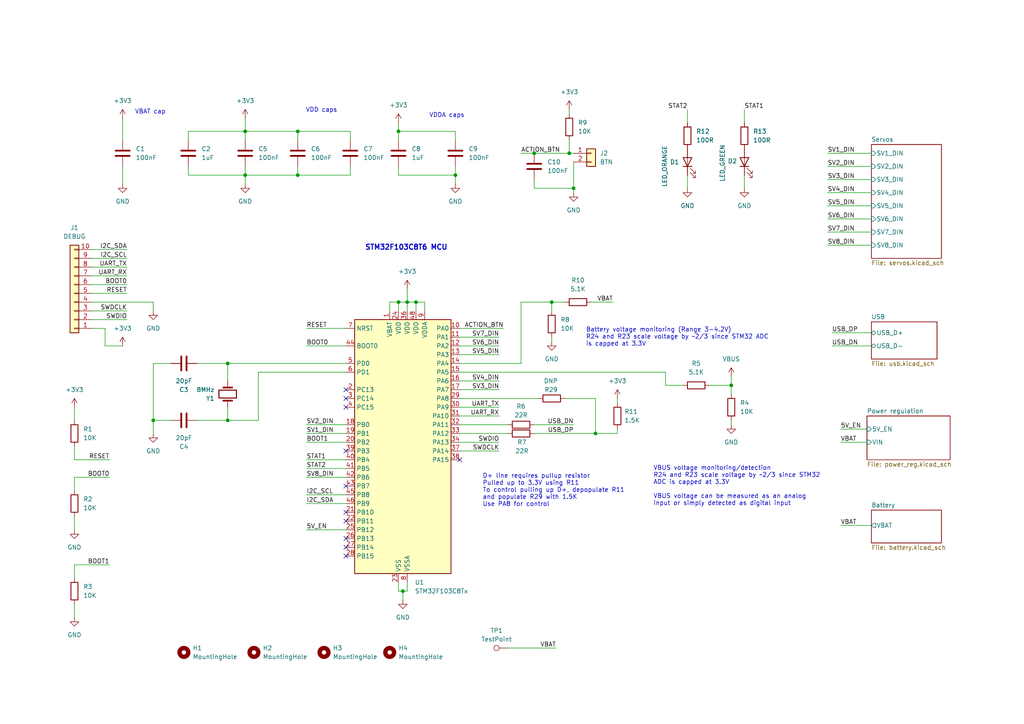
<source format=kicad_sch>
(kicad_sch (version 20231120) (generator "eeschema") (generator_version "8.0")
  (paper "A4")
  (lib_symbols
    (symbol "Connector:TestPoint" (pin_numbers hide) (pin_names (offset 0.762) hide)
      (property "Reference" "TP" (at 0 6.858 0))
      (property "Value" "TestPoint" (at 0 5.08 0))
      (symbol "TestPoint_0_1"
        (circle (center 0 3.302) (radius 0.762))
      )
      (symbol "TestPoint_1_1"
        (pin passive line (at 0 0 90) (length 2.54) (name "1") (number "1"))
      )
    )
    (symbol "Connector_Generic:Conn_01x02" (pin_names (offset 1.016) hide)
      (property "Reference" "J" (at 0 2.54 0))
      (property "Value" "Conn_01x02" (at 0 -5.08 0))
      (symbol "Conn_01x02_1_1"
        (rectangle (start -1.27 -2.413) (end 0 -2.667) (stroke (width 0.1524)))
        (rectangle (start -1.27 0.127) (end 0 -0.127) (stroke (width 0.1524)))
        (rectangle (start -1.27 1.27) (end 1.27 -3.81) (stroke (width 0.254)) (fill (type background)))
        (pin passive line (at -5.08 0 0) (length 3.81) (name "Pin_1") (number "1"))
        (pin passive line (at -5.08 -2.54 0) (length 3.81) (name "Pin_2") (number "2"))
      )
    )
    (symbol "Connector_Generic:Conn_01x10" (pin_names (offset 1.016) hide)
      (property "Reference" "J" (at 0 12.7 0))
      (property "Value" "Conn_01x10" (at 0 -15.24 0))
      (symbol "Conn_01x10_1_1"
        (rectangle (start -1.27 -12.573) (end 0 -12.827) (stroke (width 0.1524)))
        (rectangle (start -1.27 -10.033) (end 0 -10.287) (stroke (width 0.1524)))
        (rectangle (start -1.27 -7.493) (end 0 -7.747) (stroke (width 0.1524)))
        (rectangle (start -1.27 -4.953) (end 0 -5.207) (stroke (width 0.1524)))
        (rectangle (start -1.27 -2.413) (end 0 -2.667) (stroke (width 0.1524)))
        (rectangle (start -1.27 0.127) (end 0 -0.127) (stroke (width 0.1524)))
        (rectangle (start -1.27 2.667) (end 0 2.413) (stroke (width 0.1524)))
        (rectangle (start -1.27 5.207) (end 0 4.953) (stroke (width 0.1524)))
        (rectangle (start -1.27 7.747) (end 0 7.493) (stroke (width 0.1524)))
        (rectangle (start -1.27 10.287) (end 0 10.033) (stroke (width 0.1524)))
        (rectangle (start -1.27 11.43) (end 1.27 -13.97) (stroke (width 0.254)) (fill (type background)))
        (pin passive line (at -5.08 10.16 0) (length 3.81) (name "Pin_1") (number "1"))
        (pin passive line (at -5.08 -12.7 0) (length 3.81) (name "Pin_10") (number "10"))
        (pin passive line (at -5.08 7.62 0) (length 3.81) (name "Pin_2") (number "2"))
        (pin passive line (at -5.08 5.08 0) (length 3.81) (name "Pin_3") (number "3"))
        (pin passive line (at -5.08 2.54 0) (length 3.81) (name "Pin_4") (number "4"))
        (pin passive line (at -5.08 0 0) (length 3.81) (name "Pin_5") (number "5"))
        (pin passive line (at -5.08 -2.54 0) (length 3.81) (name "Pin_6") (number "6"))
        (pin passive line (at -5.08 -5.08 0) (length 3.81) (name "Pin_7") (number "7"))
        (pin passive line (at -5.08 -7.62 0) (length 3.81) (name "Pin_8") (number "8"))
        (pin passive line (at -5.08 -10.16 0) (length 3.81) (name "Pin_9") (number "9"))
      )
    )
    (symbol "Device:C" (pin_numbers hide) (pin_names (offset 0.254))
      (property "Reference" "C" (at 0.635 2.54 0))
      (property "Value" "C" (at 0.635 -2.54 0))
      (symbol "C_0_1"
        (polyline (pts (xy -2.032 -0.762) (xy 2.032 -0.762)) (stroke (width 0.508)))
        (polyline (pts (xy -2.032 0.762) (xy 2.032 0.762)) (stroke (width 0.508)))
      )
      (symbol "C_1_1"
        (pin passive line (at 0 3.81 270) (length 2.794) (name "~") (number "1"))
        (pin passive line (at 0 -3.81 90) (length 2.794) (name "~") (number "2"))
      )
    )
    (symbol "Device:Crystal" (pin_numbers hide) (pin_names (offset 1.016) hide)
      (property "Reference" "Y" (at 0 3.81 0))
      (property "Value" "Crystal" (at 0 -3.81 0))
      (symbol "Crystal_0_1"
        (rectangle (start -1.143 2.54) (end 1.143 -2.54) (stroke (width 0.3048)))
        (polyline (pts (xy -2.54 0) (xy -1.905 0)))
        (polyline (pts (xy -1.905 -1.27) (xy -1.905 1.27)) (stroke (width 0.508)))
        (polyline (pts (xy 1.905 -1.27) (xy 1.905 1.27)) (stroke (width 0.508)))
        (polyline (pts (xy 2.54 0) (xy 1.905 0)))
      )
      (symbol "Crystal_1_1"
        (pin passive line (at -3.81 0 0) (length 1.27) (name "1") (number "1"))
        (pin passive line (at 3.81 0 180) (length 1.27) (name "2") (number "2"))
      )
    )
    (symbol "Device:LED" (pin_numbers hide) (pin_names (offset 1.016) hide)
      (property "Reference" "D" (at 0 2.54 0))
      (property "Value" "LED" (at 0 -2.54 0))
      (symbol "LED_0_1"
        (polyline (pts (xy -1.27 -1.27) (xy -1.27 1.27)) (stroke (width 0.254)))
        (polyline (pts (xy -1.27 0) (xy 1.27 0)))
        (polyline (pts (xy 1.27 -1.27) (xy 1.27 1.27) (xy -1.27 0) (xy 1.27 -1.27)) (stroke (width 0.254)))
        (polyline (pts (xy -3.048 -0.762) (xy -4.572 -2.286) (xy -3.81 -2.286) (xy -4.572 -2.286) (xy -4.572 -1.524)))
        (polyline (pts (xy -1.778 -0.762) (xy -3.302 -2.286) (xy -2.54 -2.286) (xy -3.302 -2.286) (xy -3.302 -1.524)))
      )
      (symbol "LED_1_1"
        (pin passive line (at -3.81 0 0) (length 2.54) (name "K") (number "1"))
        (pin passive line (at 3.81 0 180) (length 2.54) (name "A") (number "2"))
      )
    )
    (symbol "Device:R" (pin_numbers hide) (pin_names (offset 0))
      (property "Reference" "R" (at 2.032 0 90))
      (property "Value" "R" (at 0 0 90))
      (symbol "R_0_1"
        (rectangle (start -1.016 -2.54) (end 1.016 2.54) (stroke (width 0.254)))
      )
      (symbol "R_1_1"
        (pin passive line (at 0 3.81 270) (length 1.27) (name "~") (number "1"))
        (pin passive line (at 0 -3.81 90) (length 1.27) (name "~") (number "2"))
      )
    )
    (symbol "MCU_ST_STM32F1:STM32F103C8Tx"
      (property "Reference" "U" (at -12.7 39.37 0))
      (property "Value" "STM32F103C8Tx" (at 10.16 39.37 0))
      (symbol "STM32F103C8Tx_0_1"
        (rectangle (start -12.7 -35.56) (end 15.24 38.1) (stroke (width 0.254)) (fill (type background)))
      )
      (symbol "STM32F103C8Tx_1_1"
        (pin power_in line (at -2.54 40.64 270) (length 2.54) (name "VBAT") (number "1"))
        (pin bidirectional line (at 17.78 35.56 180) (length 2.54) (name "PA0") (number "10"))
        (pin bidirectional line (at 17.78 33.02 180) (length 2.54) (name "PA1") (number "11"))
        (pin bidirectional line (at 17.78 30.48 180) (length 2.54) (name "PA2") (number "12"))
        (pin bidirectional line (at 17.78 27.94 180) (length 2.54) (name "PA3") (number "13"))
        (pin bidirectional line (at 17.78 25.4 180) (length 2.54) (name "PA4") (number "14"))
        (pin bidirectional line (at 17.78 22.86 180) (length 2.54) (name "PA5") (number "15"))
        (pin bidirectional line (at 17.78 20.32 180) (length 2.54) (name "PA6") (number "16"))
        (pin bidirectional line (at 17.78 17.78 180) (length 2.54) (name "PA7") (number "17"))
        (pin bidirectional line (at -15.24 7.62 0) (length 2.54) (name "PB0") (number "18"))
        (pin bidirectional line (at -15.24 5.08 0) (length 2.54) (name "PB1") (number "19"))
        (pin bidirectional line (at -15.24 17.78 0) (length 2.54) (name "PC13") (number "2"))
        (pin bidirectional line (at -15.24 2.54 0) (length 2.54) (name "PB2") (number "20"))
        (pin bidirectional line (at -15.24 -17.78 0) (length 2.54) (name "PB10") (number "21"))
        (pin bidirectional line (at -15.24 -20.32 0) (length 2.54) (name "PB11") (number "22"))
        (pin power_in line (at 0 -38.1 90) (length 2.54) (name "VSS") (number "23"))
        (pin power_in line (at 0 40.64 270) (length 2.54) (name "VDD") (number "24"))
        (pin bidirectional line (at -15.24 -22.86 0) (length 2.54) (name "PB12") (number "25"))
        (pin bidirectional line (at -15.24 -25.4 0) (length 2.54) (name "PB13") (number "26"))
        (pin bidirectional line (at -15.24 -27.94 0) (length 2.54) (name "PB14") (number "27"))
        (pin bidirectional line (at -15.24 -30.48 0) (length 2.54) (name "PB15") (number "28"))
        (pin bidirectional line (at 17.78 15.24 180) (length 2.54) (name "PA8") (number "29"))
        (pin bidirectional line (at -15.24 15.24 0) (length 2.54) (name "PC14") (number "3"))
        (pin bidirectional line (at 17.78 12.7 180) (length 2.54) (name "PA9") (number "30"))
        (pin bidirectional line (at 17.78 10.16 180) (length 2.54) (name "PA10") (number "31"))
        (pin bidirectional line (at 17.78 7.62 180) (length 2.54) (name "PA11") (number "32"))
        (pin bidirectional line (at 17.78 5.08 180) (length 2.54) (name "PA12") (number "33"))
        (pin bidirectional line (at 17.78 2.54 180) (length 2.54) (name "PA13") (number "34"))
        (pin passive line (at 0 -38.1 90) (length 2.54) hide (name "VSS") (number "35"))
        (pin power_in line (at 2.54 40.64 270) (length 2.54) (name "VDD") (number "36"))
        (pin bidirectional line (at 17.78 0 180) (length 2.54) (name "PA14") (number "37"))
        (pin bidirectional line (at 17.78 -2.54 180) (length 2.54) (name "PA15") (number "38"))
        (pin bidirectional line (at -15.24 0 0) (length 2.54) (name "PB3") (number "39"))
        (pin bidirectional line (at -15.24 12.7 0) (length 2.54) (name "PC15") (number "4"))
        (pin bidirectional line (at -15.24 -2.54 0) (length 2.54) (name "PB4") (number "40"))
        (pin bidirectional line (at -15.24 -5.08 0) (length 2.54) (name "PB5") (number "41"))
        (pin bidirectional line (at -15.24 -7.62 0) (length 2.54) (name "PB6") (number "42"))
        (pin bidirectional line (at -15.24 -10.16 0) (length 2.54) (name "PB7") (number "43"))
        (pin input line (at -15.24 30.48 0) (length 2.54) (name "BOOT0") (number "44"))
        (pin bidirectional line (at -15.24 -12.7 0) (length 2.54) (name "PB8") (number "45"))
        (pin bidirectional line (at -15.24 -15.24 0) (length 2.54) (name "PB9") (number "46"))
        (pin passive line (at 0 -38.1 90) (length 2.54) hide (name "VSS") (number "47"))
        (pin power_in line (at 5.08 40.64 270) (length 2.54) (name "VDD") (number "48"))
        (pin bidirectional line (at -15.24 25.4 0) (length 2.54) (name "PD0") (number "5"))
        (pin bidirectional line (at -15.24 22.86 0) (length 2.54) (name "PD1") (number "6"))
        (pin input line (at -15.24 35.56 0) (length 2.54) (name "NRST") (number "7"))
        (pin power_in line (at 2.54 -38.1 90) (length 2.54) (name "VSSA") (number "8"))
        (pin power_in line (at 7.62 40.64 270) (length 2.54) (name "VDDA") (number "9"))
      )
    )
    (symbol "Mechanical:MountingHole" (pin_names (offset 1.016)) (exclude_from_sim yes) (in_bom no)
      (property "Reference" "H" (at 0 5.08 0))
      (property "Value" "MountingHole" (at 0 3.175 0))
      (symbol "MountingHole_0_1"
        (circle (center 0 0) (radius 1.27) (stroke (width 1.27)))
      )
    )
    (symbol "power:+3V3" (power) (pin_numbers hide) (pin_names (offset 0) hide)
      (property "Value" "+3V3" (at 0 3.556 0))
      (symbol "+3V3_0_1"
        (polyline (pts (xy -0.762 1.27) (xy 0 2.54)))
        (polyline (pts (xy 0 0) (xy 0 2.54)))
        (polyline (pts (xy 0 2.54) (xy 0.762 1.27)))
      )
      (symbol "+3V3_1_1"
        (pin power_in line (at 0 0 90) (length 0) (name "~") (number "1"))
      )
    )
    (symbol "power:GND" (power) (pin_numbers hide) (pin_names (offset 0) hide)
      (property "Value" "GND" (at 0 -3.81 0))
      (symbol "GND_0_1"
        (polyline (pts (xy 0 0) (xy 0 -1.27) (xy 1.27 -1.27) (xy 0 -2.54) (xy -1.27 -1.27) (xy 0 -1.27)))
      )
      (symbol "GND_1_1"
        (pin power_in line (at 0 0 270) (length 0) (name "~") (number "1"))
      )
    )
    (symbol "power:VBUS" (power) (pin_numbers hide) (pin_names (offset 0) hide)
      (property "Value" "VBUS" (at 0 3.556 0))
      (symbol "VBUS_0_1"
        (polyline (pts (xy -0.762 1.27) (xy 0 2.54)))
        (polyline (pts (xy 0 0) (xy 0 2.54)))
        (polyline (pts (xy 0 2.54) (xy 0.762 1.27)))
      )
      (symbol "VBUS_1_1"
        (pin power_in line (at 0 0 90) (length 0) (name "~") (number "1"))
      )
    )
  )
  (junction (at 166.37 54.61))
  (junction (at 118.11 87.63))
  (junction (at 115.57 38.1))
  (junction (at 132.08 50.8))
  (junction (at 66.04 105.41))
  (junction (at 115.57 87.63))
  (junction (at 86.36 50.8))
  (junction (at 71.12 38.1))
  (junction (at 71.12 50.8))
  (junction (at 66.04 121.92))
  (junction (at 116.84 171.45))
  (junction (at 172.72 125.73))
  (junction (at 154.94 44.45))
  (junction (at 165.1 44.45))
  (junction (at 86.36 38.1))
  (junction (at 160.02 87.63))
  (junction (at 212.09 111.76))
  (junction (at 44.45 121.92))
  (junction (at 120.65 87.63))
  (no_connect (at 100.33 130.81))
  (no_connect (at 100.33 148.59))
  (no_connect (at 100.33 113.03))
  (no_connect (at 100.33 115.57))
  (no_connect (at 100.33 151.13))
  (no_connect (at 100.33 158.75))
  (no_connect (at 100.33 156.21))
  (no_connect (at 100.33 118.11))
  (no_connect (at 133.35 133.35))
  (no_connect (at 100.33 161.29))
  (no_connect (at 100.33 140.97))
  (wire (pts (xy 118.11 87.63) (xy 120.65 87.63)))
  (wire (pts (xy 30.48 100.33) (xy 30.48 95.25)))
  (wire (pts (xy 88.9 138.43) (xy 100.33 138.43)))
  (wire (pts (xy 44.45 121.92) (xy 44.45 125.73)))
  (wire (pts (xy 243.84 128.27) (xy 251.46 128.27)))
  (wire (pts (xy 115.57 168.91) (xy 115.57 171.45)))
  (wire (pts (xy 113.03 87.63) (xy 113.03 90.17)))
  (wire (pts (xy 240.03 59.69) (xy 252.73 59.69)))
  (wire (pts (xy 166.37 54.61) (xy 166.37 55.88)))
  (wire (pts (xy 133.35 107.95) (xy 193.04 107.95)))
  (wire (pts (xy 163.83 115.57) (xy 172.72 115.57)))
  (wire (pts (xy 115.57 38.1) (xy 115.57 40.64)))
  (wire (pts (xy 133.35 130.81) (xy 144.78 130.81)))
  (wire (pts (xy 118.11 87.63) (xy 118.11 90.17)))
  (wire (pts (xy 26.67 85.09) (xy 36.83 85.09)))
  (wire (pts (xy 118.11 83.82) (xy 118.11 87.63)))
  (wire (pts (xy 193.04 107.95) (xy 193.04 111.76)))
  (wire (pts (xy 165.1 40.64) (xy 165.1 44.45)))
  (wire (pts (xy 21.59 138.43) (xy 21.59 142.24)))
  (wire (pts (xy 133.35 125.73) (xy 147.32 125.73)))
  (wire (pts (xy 179.07 115.57) (xy 179.07 116.84)))
  (wire (pts (xy 35.56 34.29) (xy 35.56 40.64)))
  (wire (pts (xy 35.56 48.26) (xy 35.56 53.34)))
  (wire (pts (xy 71.12 38.1) (xy 86.36 38.1)))
  (wire (pts (xy 147.32 187.96) (xy 161.29 187.96)))
  (wire (pts (xy 160.02 87.63) (xy 163.83 87.63)))
  (wire (pts (xy 54.61 48.26) (xy 54.61 50.8)))
  (wire (pts (xy 215.9 31.75) (xy 215.9 35.56)))
  (wire (pts (xy 154.94 54.61) (xy 166.37 54.61)))
  (wire (pts (xy 146.05 95.25) (xy 133.35 95.25)))
  (wire (pts (xy 101.6 38.1) (xy 101.6 40.64)))
  (wire (pts (xy 199.39 31.75) (xy 199.39 35.56)))
  (wire (pts (xy 212.09 109.22) (xy 212.09 111.76)))
  (wire (pts (xy 118.11 168.91) (xy 118.11 171.45)))
  (wire (pts (xy 199.39 50.8) (xy 199.39 54.61)))
  (wire (pts (xy 26.67 80.01) (xy 36.83 80.01)))
  (wire (pts (xy 240.03 48.26) (xy 252.73 48.26)))
  (wire (pts (xy 71.12 50.8) (xy 71.12 53.34)))
  (wire (pts (xy 86.36 50.8) (xy 101.6 50.8)))
  (wire (pts (xy 30.48 95.25) (xy 26.67 95.25)))
  (wire (pts (xy 71.12 34.29) (xy 71.12 38.1)))
  (wire (pts (xy 154.94 125.73) (xy 172.72 125.73)))
  (wire (pts (xy 133.35 120.65) (xy 144.78 120.65)))
  (wire (pts (xy 88.9 95.25) (xy 100.33 95.25)))
  (wire (pts (xy 144.78 110.49) (xy 133.35 110.49)))
  (wire (pts (xy 71.12 48.26) (xy 71.12 50.8)))
  (wire (pts (xy 151.13 105.41) (xy 151.13 87.63)))
  (wire (pts (xy 212.09 111.76) (xy 212.09 114.3)))
  (wire (pts (xy 30.48 100.33) (xy 35.56 100.33)))
  (wire (pts (xy 240.03 55.88) (xy 252.73 55.88)))
  (wire (pts (xy 21.59 163.83) (xy 21.59 167.64)))
  (wire (pts (xy 86.36 48.26) (xy 86.36 50.8)))
  (wire (pts (xy 133.35 97.79) (xy 144.78 97.79)))
  (wire (pts (xy 26.67 87.63) (xy 44.45 87.63)))
  (wire (pts (xy 166.37 46.99) (xy 166.37 54.61)))
  (wire (pts (xy 115.57 87.63) (xy 115.57 90.17)))
  (wire (pts (xy 44.45 105.41) (xy 44.45 121.92)))
  (wire (pts (xy 133.35 100.33) (xy 144.78 100.33)))
  (wire (pts (xy 240.03 71.12) (xy 252.73 71.12)))
  (wire (pts (xy 133.35 123.19) (xy 147.32 123.19)))
  (wire (pts (xy 74.93 107.95) (xy 100.33 107.95)))
  (wire (pts (xy 115.57 50.8) (xy 132.08 50.8)))
  (wire (pts (xy 116.84 171.45) (xy 116.84 173.99)))
  (wire (pts (xy 144.78 113.03) (xy 133.35 113.03)))
  (wire (pts (xy 151.13 44.45) (xy 154.94 44.45)))
  (wire (pts (xy 88.9 133.35) (xy 100.33 133.35)))
  (wire (pts (xy 44.45 87.63) (xy 44.45 90.17)))
  (wire (pts (xy 132.08 50.8) (xy 132.08 53.34)))
  (wire (pts (xy 36.83 82.55) (xy 26.67 82.55)))
  (wire (pts (xy 101.6 48.26) (xy 101.6 50.8)))
  (wire (pts (xy 160.02 99.06) (xy 160.02 97.79)))
  (wire (pts (xy 21.59 118.11) (xy 21.59 121.92)))
  (wire (pts (xy 115.57 48.26) (xy 115.57 50.8)))
  (wire (pts (xy 21.59 163.83) (xy 31.75 163.83)))
  (wire (pts (xy 88.9 100.33) (xy 100.33 100.33)))
  (wire (pts (xy 205.74 111.76) (xy 212.09 111.76)))
  (wire (pts (xy 154.94 44.45) (xy 165.1 44.45)))
  (wire (pts (xy 165.1 31.75) (xy 165.1 33.02)))
  (wire (pts (xy 240.03 44.45) (xy 252.73 44.45)))
  (wire (pts (xy 113.03 87.63) (xy 115.57 87.63)))
  (wire (pts (xy 26.67 90.17) (xy 36.83 90.17)))
  (wire (pts (xy 66.04 105.41) (xy 100.33 105.41)))
  (wire (pts (xy 21.59 138.43) (xy 31.75 138.43)))
  (wire (pts (xy 123.19 87.63) (xy 123.19 90.17)))
  (wire (pts (xy 120.65 87.63) (xy 120.65 90.17)))
  (wire (pts (xy 66.04 121.92) (xy 66.04 118.11)))
  (wire (pts (xy 115.57 35.56) (xy 115.57 38.1)))
  (wire (pts (xy 71.12 38.1) (xy 71.12 40.64)))
  (wire (pts (xy 36.83 72.39) (xy 26.67 72.39)))
  (wire (pts (xy 172.72 125.73) (xy 179.07 125.73)))
  (wire (pts (xy 88.9 135.89) (xy 100.33 135.89)))
  (wire (pts (xy 151.13 87.63) (xy 160.02 87.63)))
  (wire (pts (xy 21.59 149.86) (xy 21.59 153.67)))
  (wire (pts (xy 133.35 105.41) (xy 151.13 105.41)))
  (wire (pts (xy 26.67 92.71) (xy 36.83 92.71)))
  (wire (pts (xy 21.59 133.35) (xy 31.75 133.35)))
  (wire (pts (xy 132.08 48.26) (xy 132.08 50.8)))
  (wire (pts (xy 57.15 105.41) (xy 66.04 105.41)))
  (wire (pts (xy 243.84 152.4) (xy 252.73 152.4)))
  (wire (pts (xy 49.53 105.41) (xy 44.45 105.41)))
  (wire (pts (xy 240.03 52.07) (xy 252.73 52.07)))
  (wire (pts (xy 132.08 38.1) (xy 132.08 40.64)))
  (wire (pts (xy 54.61 38.1) (xy 71.12 38.1)))
  (wire (pts (xy 36.83 74.93) (xy 26.67 74.93)))
  (wire (pts (xy 241.3 100.33) (xy 252.73 100.33)))
  (wire (pts (xy 88.9 153.67) (xy 100.33 153.67)))
  (wire (pts (xy 165.1 44.45) (xy 166.37 44.45)))
  (wire (pts (xy 21.59 175.26) (xy 21.59 179.07)))
  (wire (pts (xy 49.53 121.92) (xy 44.45 121.92)))
  (wire (pts (xy 115.57 87.63) (xy 118.11 87.63)))
  (wire (pts (xy 243.84 124.46) (xy 251.46 124.46)))
  (wire (pts (xy 57.15 121.92) (xy 66.04 121.92)))
  (wire (pts (xy 66.04 105.41) (xy 66.04 110.49)))
  (wire (pts (xy 154.94 123.19) (xy 166.37 123.19)))
  (wire (pts (xy 88.9 123.19) (xy 100.33 123.19)))
  (wire (pts (xy 88.9 143.51) (xy 100.33 143.51)))
  (wire (pts (xy 115.57 171.45) (xy 116.84 171.45)))
  (wire (pts (xy 171.45 87.63) (xy 177.8 87.63)))
  (wire (pts (xy 154.94 52.07) (xy 154.94 54.61)))
  (wire (pts (xy 160.02 87.63) (xy 160.02 90.17)))
  (wire (pts (xy 26.67 77.47) (xy 36.83 77.47)))
  (wire (pts (xy 133.35 118.11) (xy 144.78 118.11)))
  (wire (pts (xy 74.93 121.92) (xy 66.04 121.92)))
  (wire (pts (xy 120.65 87.63) (xy 123.19 87.63)))
  (wire (pts (xy 241.3 96.52) (xy 252.73 96.52)))
  (wire (pts (xy 133.35 115.57) (xy 156.21 115.57)))
  (wire (pts (xy 116.84 171.45) (xy 118.11 171.45)))
  (wire (pts (xy 133.35 128.27) (xy 144.78 128.27)))
  (wire (pts (xy 86.36 38.1) (xy 86.36 40.64)))
  (wire (pts (xy 88.9 128.27) (xy 100.33 128.27)))
  (wire (pts (xy 88.9 125.73) (xy 100.33 125.73)))
  (wire (pts (xy 215.9 50.8) (xy 215.9 54.61)))
  (wire (pts (xy 193.04 111.76) (xy 198.12 111.76)))
  (wire (pts (xy 54.61 50.8) (xy 71.12 50.8)))
  (wire (pts (xy 172.72 115.57) (xy 172.72 125.73)))
  (wire (pts (xy 74.93 107.95) (xy 74.93 121.92)))
  (wire (pts (xy 115.57 38.1) (xy 132.08 38.1)))
  (wire (pts (xy 71.12 50.8) (xy 86.36 50.8)))
  (wire (pts (xy 86.36 38.1) (xy 101.6 38.1)))
  (wire (pts (xy 54.61 38.1) (xy 54.61 40.64)))
  (wire (pts (xy 240.03 67.31) (xy 252.73 67.31)))
  (wire (pts (xy 212.09 123.19) (xy 212.09 121.92)))
  (wire (pts (xy 21.59 129.54) (xy 21.59 133.35)))
  (wire (pts (xy 88.9 146.05) (xy 100.33 146.05)))
  (wire (pts (xy 240.03 63.5) (xy 252.73 63.5)))
  (wire (pts (xy 133.35 102.87) (xy 144.78 102.87)))
  (wire (pts (xy 179.07 124.46) (xy 179.07 125.73)))
  (text "STM32F103C8T6 MCU" (at 117.856 71.882 0) (effects (font (size 1.47 1.47) (thickness 0.294) (bold yes))))
  (text "VDDA caps" (at 124.46 33.528 0) (effects (font (size 1.27 1.27)) (justify left)))
  (text "VBAT cap" (at 39.116 32.512 0) (effects (font (size 1.27 1.27)) (justify left)))
  (text "VDD caps" (at 88.646 32.004 0) (effects (font (size 1.27 1.27)) (justify left)))
  (text "D+ line requires pullup resistor\nPulled up to 3.3V using R11\nTo control pulling up D+, depopulate R11\nand populate R29 with 1.5K \nUse PA8 for control" (at 139.954 142.24 0) (effects (font (size 1.27 1.27)) (justify left)))
  (text "VBUS voltage monitoring/detection\nR24 and R23 scale voltage by ~2/3 since STM32 \nADC is capped at 3.3V\n\nVBUS voltage can be measured as an analog \ninput or simply detected as digital input\n" (at 189.484 140.97 0) (effects (font (size 1.27 1.27)) (justify left)))
  (text "Battery voltage monitoring (Range 3-4.2V)\nR24 and R23 scale voltage by ~2/3 since STM32 ADC \nis capped at 3.3V\n" (at 169.926 97.79 0) (effects (font (size 1.27 1.27)) (justify left)))
  (label "SV5_DIN" (at 240.03 59.69 0))
  (label "ACTION_BTN" (at 146.05 95.25 180))
  (label "SWDCLK" (at 144.78 130.81 180))
  (label "SV1_DIN" (at 240.03 44.45 0))
  (label "USB_DN" (at 166.37 123.19 180))
  (label "SV6_DIN" (at 144.78 100.33 180))
  (label "5V_EN" (at 243.84 124.46 0))
  (label "RESET" (at 88.9 95.25 0))
  (label "STAT2" (at 88.9 135.89 0))
  (label "STAT1" (at 215.9 31.75 0))
  (label "BOOT1" (at 31.75 163.83 180))
  (label "SV1_DIN" (at 88.9 125.73 0))
  (label "ACTION_BTN" (at 151.13 44.45 0))
  (label "RESET" (at 36.83 85.09 180))
  (label "SV2_DIN" (at 240.03 48.26 0))
  (label "SV4_DIN" (at 240.03 55.88 0))
  (label "VBAT" (at 177.8 87.63 180))
  (label "I2C_SDA" (at 36.83 72.39 180))
  (label "USB_DP" (at 166.37 125.73 180))
  (label "UART_RX" (at 36.83 80.01 180))
  (label "SV3_DIN" (at 144.78 113.03 180))
  (label "STAT2" (at 199.39 31.75 180))
  (label "BOOT1" (at 88.9 128.27 0))
  (label "VBAT" (at 243.84 152.4 0))
  (label "SV6_DIN" (at 240.03 63.5 0))
  (label "USB_DP" (at 241.3 96.52 0))
  (label "SWDIO" (at 144.78 128.27 180))
  (label "I2C_SCL" (at 88.9 143.51 0))
  (label "USB_DN" (at 241.3 100.33 0))
  (label "SV4_DIN" (at 144.78 110.49 180))
  (label "BOOT0" (at 88.9 100.33 0))
  (label "SV8_DIN" (at 240.03 71.12 0))
  (label "SV3_DIN" (at 240.03 52.07 0))
  (label "RESET" (at 31.75 133.35 180))
  (label "SWDIO" (at 36.83 92.71 180))
  (label "UART_TX" (at 144.78 118.11 180))
  (label "UART_RX" (at 144.78 120.65 180))
  (label "UART_TX" (at 36.83 77.47 180))
  (label "BOOT0" (at 31.75 138.43 180))
  (label "BOOT0" (at 36.83 82.55 180))
  (label "SWDCLK" (at 36.83 90.17 180))
  (label "SV8_DIN" (at 88.9 138.43 0))
  (label "I2C_SDA" (at 88.9 146.05 0))
  (label "STAT1" (at 88.9 133.35 0))
  (label "I2C_SCL" (at 36.83 74.93 180))
  (label "SV5_DIN" (at 144.78 102.87 180))
  (label "VBAT" (at 161.29 187.96 180))
  (label "SV7_DIN" (at 240.03 67.31 0))
  (label "5V_EN" (at 88.9 153.67 0))
  (label "SV2_DIN" (at 88.9 123.19 0))
  (label "SV7_DIN" (at 144.78 97.79 180))
  (label "VBAT" (at 243.84 128.27 0))
  (symbol (lib_id "Device:R") (at 160.02 93.98 180) (unit 1)
    (property "Reference" "R8" (at 162.56 92.7099 0) (effects (justify right)))
    (property "Value" "10K" (at 162.56 95.2499 0) (effects (justify right)))
    (property "Footprint" "Resistor_SMD:R_0603_1608Metric" (effects (hide yes)))
    (property "Description" "Resistor" (effects (hide yes)))
  )
  (symbol (lib_id "Device:LED") (at 199.39 46.99 90) (unit 1)
    (property "Reference" "D1" (at 194.31 46.99 90) (effects (justify right)))
    (property "Value" "LED_ORANGE" (at 192.786 42.164 0) (effects (justify right)))
    (property "Footprint" "LED_SMD:LED_0603_1608Metric" (effects (hide yes)))
    (property "Description" "Light emitting diode" (effects (hide yes)))
  )
  (symbol (lib_id "power:GND") (at 44.45 125.73 0) (unit 1)
    (property "Reference" "#PWR08" (effects (hide yes)))
    (property "Value" "GND" (at 44.45 130.81 0))
    (property "Description" "Power symbol creates a global label with name \"GND\" , ground" (effects (hide yes)))
  )
  (symbol (lib_id "Device:R") (at 160.02 115.57 270) (unit 1)
    (property "Reference" "R29" (at 161.798 113.03 90) (effects (justify right)))
    (property "Value" "DNP" (at 161.798 110.49 90) (effects (justify right)))
    (property "Footprint" "Resistor_SMD:R_0603_1608Metric" (effects (hide yes)))
    (property "Description" "Resistor" (effects (hide yes)))
  )
  (symbol (lib_id "Mechanical:MountingHole") (at 73.66 189.23 0) (unit 1) (exclude_from_sim yes) (in_bom no)
    (property "Reference" "H2" (at 76.2 187.9599 0) (effects (justify left)))
    (property "Value" "MountingHole" (at 76.2 190.4999 0) (effects (justify left)))
    (property "Footprint" "MountingHole:MountingHole_3.2mm_M3" (effects (hide yes)))
    (property "Description" "Mounting Hole without connection" (effects (hide yes)))
  )
  (symbol (lib_id "power:+3V3") (at 21.59 118.11 0) (unit 1)
    (property "Reference" "#PWR01" (effects (hide yes)))
    (property "Value" "+3V3" (at 21.59 113.03 0))
    (property "Description" "Power symbol creates a global label with name \"+3V3\"" (effects (hide yes)))
  )
  (symbol (lib_id "Connector_Generic:Conn_01x02") (at 171.45 44.45 0) (unit 1)
    (property "Reference" "J2" (at 173.99 44.4499 0) (effects (justify left)))
    (property "Value" "BTN" (at 173.99 46.9899 0) (effects (justify left)))
    (property "Footprint" "Connector_PinHeader_2.54mm:PinHeader_1x02_P2.54mm_Vertical" (effects (hide yes)))
    (property "Description" "Generic connector, single row, 01x02, script generated (kicad-library-utils/schlib/autogen/connector/)" (effects (hide yes)))
  )
  (symbol (lib_id "Device:R") (at 21.59 146.05 0) (unit 1)
    (property "Reference" "R2" (at 24.13 144.7799 0) (effects (justify left)))
    (property "Value" "10K" (at 24.13 147.3199 0) (effects (justify left)))
    (property "Footprint" "Resistor_SMD:R_0603_1608Metric" (effects (hide yes)))
    (property "Description" "Resistor" (effects (hide yes)))
  )
  (symbol (lib_id "Mechanical:MountingHole") (at 93.98 189.23 0) (unit 1) (exclude_from_sim yes) (in_bom no)
    (property "Reference" "H3" (at 96.52 187.9599 0) (effects (justify left)))
    (property "Value" "MountingHole" (at 96.52 190.4999 0) (effects (justify left)))
    (property "Footprint" "MountingHole:MountingHole_3.2mm_M3" (effects (hide yes)))
    (property "Description" "Mounting Hole without connection" (effects (hide yes)))
  )
  (symbol (lib_id "Device:C") (at 101.6 44.45 0) (unit 1)
    (property "Reference" "C7" (at 105.41 43.1799 0) (effects (justify left)))
    (property "Value" "100nF" (at 105.41 45.7199 0) (effects (justify left)))
    (property "Footprint" "Capacitor_SMD:C_0603_1608Metric" (effects (hide yes)))
    (property "Description" "Unpolarized capacitor" (effects (hide yes)))
  )
  (symbol (lib_id "power:GND") (at 21.59 153.67 0) (unit 1)
    (property "Reference" "#PWR02" (effects (hide yes)))
    (property "Value" "GND" (at 21.59 158.75 0))
    (property "Description" "Power symbol creates a global label with name \"GND\" , ground" (effects (hide yes)))
  )
  (symbol (lib_id "Device:C") (at 86.36 44.45 0) (unit 1)
    (property "Reference" "C6" (at 90.17 43.1799 0) (effects (justify left)))
    (property "Value" "100nF" (at 90.17 45.7199 0) (effects (justify left)))
    (property "Footprint" "Capacitor_SMD:C_0603_1608Metric" (effects (hide yes)))
    (property "Description" "Unpolarized capacitor" (effects (hide yes)))
  )
  (symbol (lib_id "Device:R") (at 212.09 118.11 180) (unit 1)
    (property "Reference" "R4" (at 214.63 116.8399 0) (effects (justify right)))
    (property "Value" "10K" (at 214.63 119.3799 0) (effects (justify right)))
    (property "Footprint" "Resistor_SMD:R_0603_1608Metric" (effects (hide yes)))
    (property "Description" "Resistor" (effects (hide yes)))
  )
  (symbol (lib_id "Device:C") (at 35.56 44.45 0) (unit 1)
    (property "Reference" "C1" (at 39.37 43.1799 0) (effects (justify left)))
    (property "Value" "100nF" (at 39.37 45.7199 0) (effects (justify left)))
    (property "Footprint" "Capacitor_SMD:C_0603_1608Metric" (effects (hide yes)))
    (property "Description" "Unpolarized capacitor" (effects (hide yes)))
  )
  (symbol (lib_id "power:+3V3") (at 71.12 34.29 0) (unit 1)
    (property "Reference" "#PWR011" (effects (hide yes)))
    (property "Value" "+3V3" (at 71.12 29.21 0))
    (property "Description" "Power symbol creates a global label with name \"+3V3\"" (effects (hide yes)))
  )
  (symbol (lib_id "Device:R") (at 21.59 171.45 0) (unit 1)
    (property "Reference" "R3" (at 24.13 170.1799 0) (effects (justify left)))
    (property "Value" "10K" (at 24.13 172.7199 0) (effects (justify left)))
    (property "Footprint" "Resistor_SMD:R_0603_1608Metric" (effects (hide yes)))
    (property "Description" "Resistor" (effects (hide yes)))
  )
  (symbol (lib_id "Device:R") (at 201.93 111.76 270) (unit 1)
    (property "Reference" "R5" (at 201.93 105.41 90))
    (property "Value" "5.1K" (at 201.93 107.95 90))
    (property "Footprint" "Resistor_SMD:R_0603_1608Metric" (effects (hide yes)))
    (property "Description" "Resistor" (effects (hide yes)))
  )
  (symbol (lib_id "power:GND") (at 212.09 123.19 0) (unit 1)
    (property "Reference" "#PWR010" (effects (hide yes)))
    (property "Value" "GND" (at 212.09 128.27 0))
    (property "Description" "Power symbol creates a global label with name \"GND\" , ground" (effects (hide yes)))
  )
  (symbol (lib_id "power:GND") (at 132.08 53.34 0) (unit 1)
    (property "Reference" "#PWR016" (effects (hide yes)))
    (property "Value" "GND" (at 132.08 58.42 0))
    (property "Description" "Power symbol creates a global label with name \"GND\" , ground" (effects (hide yes)))
  )
  (symbol (lib_id "power:+3V3") (at 118.11 83.82 0) (unit 1)
    (property "Reference" "#PWR015" (effects (hide yes)))
    (property "Value" "+3V3" (at 118.11 78.74 0))
    (property "Description" "Power symbol creates a global label with name \"+3V3\"" (effects (hide yes)))
  )
  (symbol (lib_id "Mechanical:MountingHole") (at 53.34 189.23 0) (unit 1) (exclude_from_sim yes) (in_bom no)
    (property "Reference" "H1" (at 55.88 187.9599 0) (effects (justify left)))
    (property "Value" "MountingHole" (at 55.88 190.4999 0) (effects (justify left)))
    (property "Footprint" "MountingHole:MountingHole_3.2mm_M3" (effects (hide yes)))
    (property "Description" "Mounting Hole without connection" (effects (hide yes)))
  )
  (symbol (lib_id "Connector_Generic:Conn_01x10") (at 21.59 85.09 180) (unit 1)
    (property "Reference" "J1" (at 21.59 66.04 0))
    (property "Value" "DEBUG" (at 21.59 68.58 0))
    (property "Footprint" "Connector_PinHeader_2.54mm:PinHeader_1x10_P2.54mm_Vertical" (effects (hide yes)))
    (property "Description" "Generic connector, single row, 01x10, script generated (kicad-library-utils/schlib/autogen/connector/)" (effects (hide yes)))
  )
  (symbol (lib_id "power:GND") (at 199.39 54.61 0) (unit 1)
    (property "Reference" "#PWR020" (effects (hide yes)))
    (property "Value" "GND" (at 199.39 59.69 0))
    (property "Description" "Power symbol creates a global label with name \"GND\" , ground" (effects (hide yes)))
  )
  (symbol (lib_id "power:GND") (at 44.45 90.17 0) (unit 1)
    (property "Reference" "#PWR07" (effects (hide yes)))
    (property "Value" "GND" (at 44.45 95.25 0))
    (property "Description" "Power symbol creates a global label with name \"GND\" , ground" (effects (hide yes)))
  )
  (symbol (lib_id "Device:LED") (at 215.9 46.99 90) (unit 1)
    (property "Reference" "D2" (at 211.074 46.736 90) (effects (justify right)))
    (property "Value" "LED_GREEN" (at 209.55 41.91 0) (effects (justify right)))
    (property "Footprint" "LED_SMD:LED_0603_1608Metric" (effects (hide yes)))
    (property "Description" "Light emitting diode" (effects (hide yes)))
  )
  (symbol (lib_id "Device:R") (at 165.1 36.83 180) (unit 1)
    (property "Reference" "R9" (at 167.64 35.5599 0) (effects (justify right)))
    (property "Value" "10K" (at 167.64 38.0999 0) (effects (justify right)))
    (property "Footprint" "Resistor_SMD:R_0603_1608Metric" (effects (hide yes)))
    (property "Description" "Resistor" (effects (hide yes)))
  )
  (symbol (lib_id "power:GND") (at 116.84 173.99 0) (unit 1)
    (property "Reference" "#PWR014" (effects (hide yes)))
    (property "Value" "GND" (at 116.84 179.07 0))
    (property "Description" "Power symbol creates a global label with name \"GND\" , ground" (effects (hide yes)))
  )
  (symbol (lib_id "power:GND") (at 160.02 99.06 0) (unit 1)
    (property "Reference" "#PWR017" (effects (hide yes)))
    (property "Value" "GND" (at 160.02 104.14 0))
    (property "Description" "Power symbol creates a global label with name \"GND\" , ground" (effects (hide yes)))
  )
  (symbol (lib_id "Device:C") (at 53.34 105.41 270) (unit 1)
    (property "Reference" "C3" (at 53.34 113.03 90))
    (property "Value" "20pF" (at 53.34 110.49 90))
    (property "Footprint" "Capacitor_SMD:C_0603_1608Metric" (effects (hide yes)))
    (property "Description" "Unpolarized capacitor" (effects (hide yes)))
  )
  (symbol (lib_id "power:+3V3") (at 35.56 34.29 0) (unit 1)
    (property "Reference" "#PWR04" (effects (hide yes)))
    (property "Value" "+3V3" (at 35.56 29.21 0))
    (property "Description" "Power symbol creates a global label with name \"+3V3\"" (effects (hide yes)))
  )
  (symbol (lib_id "Mechanical:MountingHole") (at 113.03 189.23 0) (unit 1) (exclude_from_sim yes) (in_bom no)
    (property "Reference" "H4" (at 115.57 187.9599 0) (effects (justify left)))
    (property "Value" "MountingHole" (at 115.57 190.4999 0) (effects (justify left)))
    (property "Footprint" "MountingHole:MountingHole_3.2mm_M3" (effects (hide yes)))
    (property "Description" "Mounting Hole without connection" (effects (hide yes)))
  )
  (symbol (lib_id "power:GND") (at 35.56 53.34 0) (unit 1)
    (property "Reference" "#PWR05" (effects (hide yes)))
    (property "Value" "GND" (at 35.56 58.42 0))
    (property "Description" "Power symbol creates a global label with name \"GND\" , ground" (effects (hide yes)))
  )
  (symbol (lib_id "Device:R") (at 21.59 125.73 0) (unit 1)
    (property "Reference" "R1" (at 24.13 124.4599 0) (effects (justify left)))
    (property "Value" "10K" (at 24.13 126.9999 0) (effects (justify left)))
    (property "Footprint" "Resistor_SMD:R_0603_1608Metric" (effects (hide yes)))
    (property "Description" "Resistor" (effects (hide yes)))
  )
  (symbol (lib_id "power:+3V3") (at 165.1 31.75 0) (unit 1)
    (property "Reference" "#PWR018" (effects (hide yes)))
    (property "Value" "+3V3" (at 165.1 26.67 0))
    (property "Description" "Power symbol creates a global label with name \"+3V3\"" (effects (hide yes)))
  )
  (symbol (lib_id "power:+3V3") (at 35.56 100.33 0) (unit 1)
    (property "Reference" "#PWR06" (effects (hide yes)))
    (property "Value" "+3V3" (at 35.56 95.25 0))
    (property "Description" "Power symbol creates a global label with name \"+3V3\"" (effects (hide yes)))
  )
  (symbol (lib_id "Device:C") (at 54.61 44.45 0) (unit 1)
    (property "Reference" "C2" (at 58.42 43.1799 0) (effects (justify left)))
    (property "Value" "1uF" (at 58.42 45.7199 0) (effects (justify left)))
    (property "Footprint" "Capacitor_SMD:C_0603_1608Metric" (effects (hide yes)))
    (property "Description" "Unpolarized capacitor" (effects (hide yes)))
  )
  (symbol (lib_id "power:VBUS") (at 212.09 109.22 0) (unit 1)
    (property "Reference" "#PWR09" (effects (hide yes)))
    (property "Value" "VBUS" (at 212.09 104.14 0))
    (property "Description" "Power symbol creates a global label with name \"VBUS\"" (effects (hide yes)))
  )
  (symbol (lib_id "Device:R") (at 215.9 39.37 0) (unit 1)
    (property "Reference" "R13" (at 218.44 38.0999 0) (effects (justify left)))
    (property "Value" "100R" (at 218.44 40.6399 0) (effects (justify left)))
    (property "Footprint" "Resistor_SMD:R_0603_1608Metric" (effects (hide yes)))
    (property "Description" "Resistor" (effects (hide yes)))
  )
  (symbol (lib_id "MCU_ST_STM32F1:STM32F103C8Tx") (at 115.57 130.81 0) (unit 1)
    (property "Reference" "U1" (at 120.3041 168.91 0) (effects (justify left)))
    (property "Value" "STM32F103C8Tx" (at 120.3041 171.45 0) (effects (justify left)))
    (property "Footprint" "Package_QFP:LQFP-48_7x7mm_P0.5mm" (effects (hide yes)))
    (property "Datasheet" "https://www.st.com/resource/en/datasheet/stm32f103c8.pdf" (effects (hide yes)))
    (property "Description" "STMicroelectronics Arm Cortex-M3 MCU, 64KB flash, 20KB RAM, 72 MHz, 2.0-3.6V, 37 GPIO, LQFP48" (effects (hide yes)))
  )
  (symbol (lib_id "power:GND") (at 21.59 179.07 0) (unit 1)
    (property "Reference" "#PWR03" (effects (hide yes)))
    (property "Value" "GND" (at 21.59 184.15 0))
    (property "Description" "Power symbol creates a global label with name \"GND\" , ground" (effects (hide yes)))
  )
  (symbol (lib_id "power:+3V3") (at 115.57 35.56 0) (unit 1)
    (property "Reference" "#PWR013" (effects (hide yes)))
    (property "Value" "+3V3" (at 115.57 30.48 0))
    (property "Description" "Power symbol creates a global label with name \"+3V3\"" (effects (hide yes)))
  )
  (symbol (lib_id "Device:R") (at 179.07 120.65 180) (unit 1)
    (property "Reference" "R11" (at 181.102 119.38 0) (effects (justify right)))
    (property "Value" "1.5K" (at 181.102 121.92 0) (effects (justify right)))
    (property "Footprint" "Resistor_SMD:R_0603_1608Metric" (effects (hide yes)))
    (property "Description" "Resistor" (effects (hide yes)))
  )
  (symbol (lib_id "Device:R") (at 167.64 87.63 270) (unit 1)
    (property "Reference" "R10" (at 167.64 81.28 90))
    (property "Value" "5.1K" (at 167.64 83.82 90))
    (property "Footprint" "Resistor_SMD:R_0603_1608Metric" (effects (hide yes)))
    (property "Description" "Resistor" (effects (hide yes)))
  )
  (symbol (lib_id "Device:C") (at 115.57 44.45 0) (unit 1)
    (property "Reference" "C8" (at 119.38 43.1799 0) (effects (justify left)))
    (property "Value" "1uF" (at 119.38 45.7199 0) (effects (justify left)))
    (property "Footprint" "Capacitor_SMD:C_0603_1608Metric" (effects (hide yes)))
    (property "Description" "Unpolarized capacitor" (effects (hide yes)))
  )
  (symbol (lib_id "Device:C") (at 71.12 44.45 0) (unit 1)
    (property "Reference" "C5" (at 74.93 43.1799 0) (effects (justify left)))
    (property "Value" "100nF" (at 74.93 45.7199 0) (effects (justify left)))
    (property "Footprint" "Capacitor_SMD:C_0603_1608Metric" (effects (hide yes)))
    (property "Description" "Unpolarized capacitor" (effects (hide yes)))
  )
  (symbol (lib_id "Device:C") (at 154.94 48.26 0) (unit 1)
    (property "Reference" "C10" (at 158.75 46.9899 0) (effects (justify left)))
    (property "Value" "100nF" (at 158.75 49.5299 0) (effects (justify left)))
    (property "Footprint" "Capacitor_SMD:C_0603_1608Metric" (effects (hide yes)))
    (property "Description" "Unpolarized capacitor" (effects (hide yes)))
  )
  (symbol (lib_id "Device:R") (at 151.13 125.73 270) (unit 1)
    (property "Reference" "R7" (at 151.384 128.27 90))
    (property "Value" "22R" (at 151.384 130.81 90))
    (property "Footprint" "Resistor_SMD:R_0603_1608Metric" (effects (hide yes)))
    (property "Description" "Resistor" (effects (hide yes)))
  )
  (symbol (lib_id "power:GND") (at 215.9 54.61 0) (unit 1)
    (property "Reference" "#PWR022" (effects (hide yes)))
    (property "Value" "GND" (at 215.9 59.69 0))
    (property "Description" "Power symbol creates a global label with name \"GND\" , ground" (effects (hide yes)))
  )
  (symbol (lib_id "Device:C") (at 132.08 44.45 0) (unit 1)
    (property "Reference" "C9" (at 135.89 43.1799 0) (effects (justify left)))
    (property "Value" "100nF" (at 135.89 45.7199 0) (effects (justify left)))
    (property "Footprint" "Capacitor_SMD:C_0603_1608Metric" (effects (hide yes)))
    (property "Description" "Unpolarized capacitor" (effects (hide yes)))
  )
  (symbol (lib_id "Device:C") (at 53.34 121.92 270) (unit 1)
    (property "Reference" "C4" (at 53.34 129.54 90))
    (property "Value" "20pF" (at 53.34 127 90))
    (property "Footprint" "Capacitor_SMD:C_0603_1608Metric" (effects (hide yes)))
    (property "Description" "Unpolarized capacitor" (effects (hide yes)))
  )
  (symbol (lib_id "Device:R") (at 199.39 39.37 0) (unit 1)
    (property "Reference" "R12" (at 201.93 38.0999 0) (effects (justify left)))
    (property "Value" "100R" (at 201.93 40.6399 0) (effects (justify left)))
    (property "Footprint" "Resistor_SMD:R_0603_1608Metric" (effects (hide yes)))
    (property "Description" "Resistor" (effects (hide yes)))
  )
  (symbol (lib_id "Connector:TestPoint") (at 147.32 187.96 90) (unit 1)
    (property "Reference" "TP1" (at 144.018 182.88 90))
    (property "Value" "TestPoint" (at 144.018 185.42 90))
    (property "Footprint" "TestPoint:TestPoint_Pad_D1.0mm" (effects (hide yes)))
    (property "Description" "test point" (effects (hide yes)))
  )
  (symbol (lib_id "Device:R") (at 151.13 123.19 270) (unit 1)
    (property "Reference" "R6" (at 151.13 117.856 90))
    (property "Value" "22R" (at 151.13 120.396 90))
    (property "Footprint" "Resistor_SMD:R_0603_1608Metric" (effects (hide yes)))
    (property "Description" "Resistor" (effects (hide yes)))
  )
  (symbol (lib_id "power:GND") (at 166.37 55.88 0) (unit 1)
    (property "Reference" "#PWR019" (effects (hide yes)))
    (property "Value" "GND" (at 166.37 60.96 0))
    (property "Description" "Power symbol creates a global label with name \"GND\" , ground" (effects (hide yes)))
  )
  (symbol (lib_id "power:GND") (at 71.12 53.34 0) (unit 1)
    (property "Reference" "#PWR012" (effects (hide yes)))
    (property "Value" "GND" (at 71.12 58.42 0))
    (property "Description" "Power symbol creates a global label with name \"GND\" , ground" (effects (hide yes)))
  )
  (symbol (lib_id "power:+3V3") (at 179.07 115.57 0) (unit 1)
    (property "Reference" "#PWR021" (effects (hide yes)))
    (property "Value" "+3V3" (at 179.07 110.49 0))
    (property "Description" "Power symbol creates a global label with name \"+3V3\"" (effects (hide yes)))
  )
  (symbol (lib_id "Device:Crystal") (at 66.04 114.3 270) (unit 1)
    (property "Reference" "Y1" (at 62.23 115.5701 90) (effects (justify right)))
    (property "Value" "8MHz" (at 62.23 113.0301 90) (effects (justify right)))
    (property "Footprint" "Crystal:Crystal_HC49-4H_Vertical" (effects (hide yes)))
    (property "Datasheet" "https://www.lcsc.com/product-detail/Crystals_ECEC-ZheJiang-E-ast-Crystal-Elec-C08000J060_C259040.html" (effects (hide yes)))
    (property "Description" " 8MHz Surface Mount Crystal 20pF ±20ppm HC-49S-SMD Crystals ROHS " (effects (hide yes)))
  )
  (sheet (at 252.73 41.91) (size 20.32 33.02) (stroke (width 0.1524))
    (property "Sheetname" "Servos" (at 252.73 41.1984 0) (effects (justify left bottom)))
    (property "Sheetfile" "servos.kicad_sch" (at 252.73 75.5146 0) (effects (justify left top)))
    (pin "SV8_DIN" input (at 252.73 71.12 180))
    (pin "SV4_DIN" input (at 252.73 55.88 180))
    (pin "SV5_DIN" input (at 252.73 59.69 180))
    (pin "SV6_DIN" input (at 252.73 63.5 180))
    (pin "SV7_DIN" input (at 252.73 67.31 180))
    (pin "SV1_DIN" input (at 252.73 44.45 180))
    (pin "SV2_DIN" input (at 252.73 48.26 180))
    (pin "SV3_DIN" input (at 252.73 52.07 180))
  )
  (sheet (at 252.73 93.345) (size 19.05 10.795) (stroke (width 0.1524))
    (property "Sheetname" "USB" (at 252.73 92.6334 0) (effects (justify left bottom)))
    (property "Sheetfile" "usb.kicad_sch" (at 252.73 104.7246 0) (effects (justify left top)))
    (pin "USB_D+" bidirectional (at 252.73 96.52 180))
    (pin "USB_D-" bidirectional (at 252.73 100.33 180))
  )
  (sheet (at 251.46 120.65) (size 24.13 12.7) (stroke (width 0.1524))
    (property "Sheetname" "Power regulation" (at 251.46 119.9384 0) (effects (justify left bottom)))
    (property "Sheetfile" "power_reg.kicad_sch" (at 251.46 133.9346 0) (effects (justify left top)))
    (pin "5V_EN" input (at 251.46 124.46 180))
    (pin "VIN" input (at 251.46 128.27 180))
  )
  (sheet (at 252.73 147.955) (size 20.32 9.525) (stroke (width 0.1524))
    (property "Sheetname" "Battery" (at 252.73 147.2434 0) (effects (justify left bottom)))
    (property "Sheetfile" "battery.kicad_sch" (at 252.73 158.0646 0) (effects (justify left top)))
    (pin "VBAT" output (at 252.73 152.4 180))
  )
)
</source>
